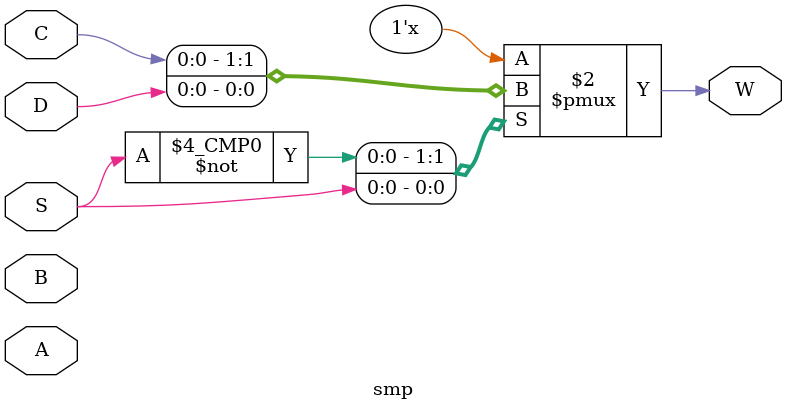
<source format=v>
module smp(A,B,C,D,S,W);
 input A,B,C,D,S;
 output W;
 reg W;
  always@( A or B or C or D or S )
   begin
    if( A )
      begin
        W = B;
      end
    case( S )
        1'b0 : W = C;
        1'b1 : W = D;
    endcase
   end
endmodule


</source>
